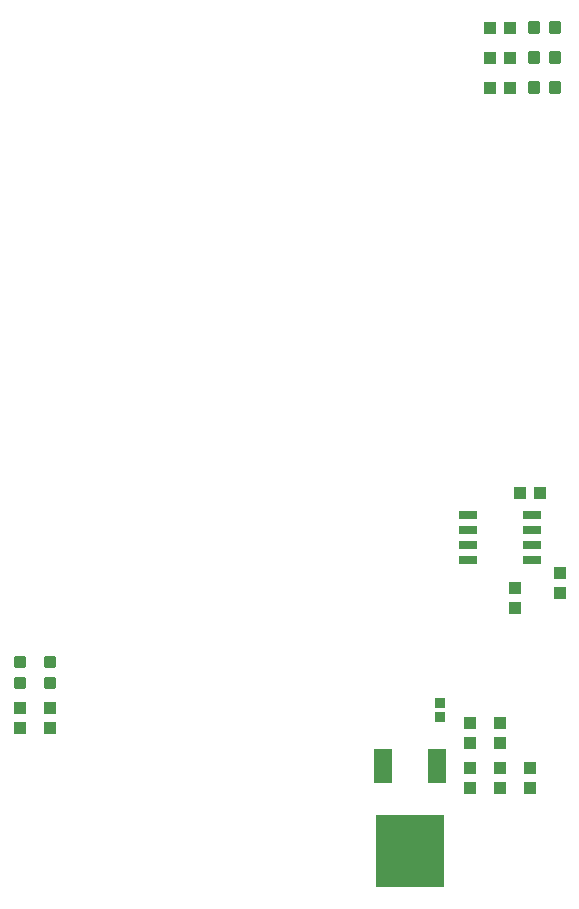
<source format=gtp>
G75*
%MOIN*%
%OFA0B0*%
%FSLAX25Y25*%
%IPPOS*%
%LPD*%
%AMOC8*
5,1,8,0,0,1.08239X$1,22.5*
%
%ADD10R,0.03543X0.03346*%
%ADD11R,0.03937X0.04331*%
%ADD12R,0.05906X0.02559*%
%ADD13R,0.06299X0.11811*%
%ADD14R,0.22835X0.24409*%
%ADD15C,0.01181*%
%ADD16R,0.04331X0.03937*%
D10*
X0201300Y0221517D03*
X0201300Y0226083D03*
D11*
X0211300Y0219646D03*
X0211300Y0212954D03*
X0211300Y0204646D03*
X0211300Y0197954D03*
X0221300Y0197954D03*
X0221300Y0204646D03*
X0221300Y0212954D03*
X0221300Y0219646D03*
X0231300Y0204646D03*
X0231300Y0197954D03*
X0226300Y0257954D03*
X0226300Y0264646D03*
X0241300Y0262954D03*
X0241300Y0269646D03*
X0071300Y0224646D03*
X0071300Y0217954D03*
X0061300Y0217954D03*
X0061300Y0224646D03*
D12*
X0210670Y0273800D03*
X0210670Y0278800D03*
X0210670Y0283800D03*
X0210670Y0288800D03*
X0231930Y0288800D03*
X0231930Y0283800D03*
X0231930Y0278800D03*
X0231930Y0273800D03*
D13*
X0200276Y0205198D03*
X0182324Y0205198D03*
D14*
X0191300Y0176930D03*
D15*
X0072678Y0231469D02*
X0069922Y0231469D01*
X0069922Y0234225D01*
X0072678Y0234225D01*
X0072678Y0231469D01*
X0072678Y0232649D02*
X0069922Y0232649D01*
X0069922Y0233829D02*
X0072678Y0233829D01*
X0072678Y0238375D02*
X0069922Y0238375D01*
X0069922Y0241131D01*
X0072678Y0241131D01*
X0072678Y0238375D01*
X0072678Y0239555D02*
X0069922Y0239555D01*
X0069922Y0240735D02*
X0072678Y0240735D01*
X0062678Y0238375D02*
X0059922Y0238375D01*
X0059922Y0241131D01*
X0062678Y0241131D01*
X0062678Y0238375D01*
X0062678Y0239555D02*
X0059922Y0239555D01*
X0059922Y0240735D02*
X0062678Y0240735D01*
X0062678Y0231469D02*
X0059922Y0231469D01*
X0059922Y0234225D01*
X0062678Y0234225D01*
X0062678Y0231469D01*
X0062678Y0232649D02*
X0059922Y0232649D01*
X0059922Y0233829D02*
X0062678Y0233829D01*
X0231469Y0429922D02*
X0231469Y0432678D01*
X0234225Y0432678D01*
X0234225Y0429922D01*
X0231469Y0429922D01*
X0231469Y0431102D02*
X0234225Y0431102D01*
X0234225Y0432282D02*
X0231469Y0432282D01*
X0238375Y0432678D02*
X0238375Y0429922D01*
X0238375Y0432678D02*
X0241131Y0432678D01*
X0241131Y0429922D01*
X0238375Y0429922D01*
X0238375Y0431102D02*
X0241131Y0431102D01*
X0241131Y0432282D02*
X0238375Y0432282D01*
X0238375Y0439922D02*
X0238375Y0442678D01*
X0241131Y0442678D01*
X0241131Y0439922D01*
X0238375Y0439922D01*
X0238375Y0441102D02*
X0241131Y0441102D01*
X0241131Y0442282D02*
X0238375Y0442282D01*
X0231469Y0442678D02*
X0231469Y0439922D01*
X0231469Y0442678D02*
X0234225Y0442678D01*
X0234225Y0439922D01*
X0231469Y0439922D01*
X0231469Y0441102D02*
X0234225Y0441102D01*
X0234225Y0442282D02*
X0231469Y0442282D01*
X0231469Y0449922D02*
X0231469Y0452678D01*
X0234225Y0452678D01*
X0234225Y0449922D01*
X0231469Y0449922D01*
X0231469Y0451102D02*
X0234225Y0451102D01*
X0234225Y0452282D02*
X0231469Y0452282D01*
X0238375Y0452678D02*
X0238375Y0449922D01*
X0238375Y0452678D02*
X0241131Y0452678D01*
X0241131Y0449922D01*
X0238375Y0449922D01*
X0238375Y0451102D02*
X0241131Y0451102D01*
X0241131Y0452282D02*
X0238375Y0452282D01*
D16*
X0224646Y0451300D03*
X0217954Y0451300D03*
X0217954Y0441300D03*
X0224646Y0441300D03*
X0224646Y0431300D03*
X0217954Y0431300D03*
X0227954Y0296300D03*
X0234646Y0296300D03*
M02*

</source>
